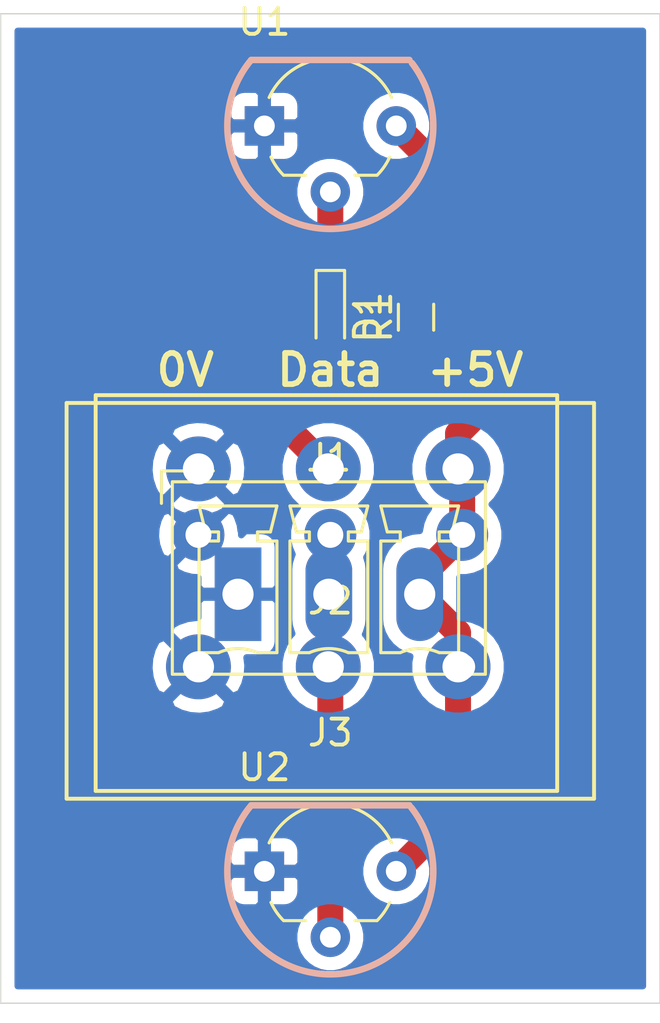
<source format=kicad_pcb>
(kicad_pcb (version 20171130) (host pcbnew "(5.1.9-0-10_14)")

  (general
    (thickness 1.6)
    (drawings 11)
    (tracks 26)
    (zones 0)
    (modules 7)
    (nets 5)
  )

  (page A4)
  (layers
    (0 F.Cu signal)
    (31 B.Cu signal)
    (32 B.Adhes user)
    (33 F.Adhes user)
    (34 B.Paste user)
    (35 F.Paste user)
    (36 B.SilkS user)
    (37 F.SilkS user)
    (38 B.Mask user)
    (39 F.Mask user)
    (40 Dwgs.User user)
    (41 Cmts.User user)
    (42 Eco1.User user)
    (43 Eco2.User user)
    (44 Edge.Cuts user)
    (45 Margin user)
    (46 B.CrtYd user)
    (47 F.CrtYd user)
    (48 B.Fab user)
    (49 F.Fab user)
  )

  (setup
    (last_trace_width 0.25)
    (user_trace_width 1)
    (trace_clearance 0.2)
    (zone_clearance 0.508)
    (zone_45_only no)
    (trace_min 0.2)
    (via_size 0.8)
    (via_drill 0.4)
    (via_min_size 0.4)
    (via_min_drill 0.3)
    (uvia_size 0.3)
    (uvia_drill 0.1)
    (uvias_allowed no)
    (uvia_min_size 0.2)
    (uvia_min_drill 0.1)
    (edge_width 0.05)
    (segment_width 0.2)
    (pcb_text_width 0.3)
    (pcb_text_size 1.5 1.5)
    (mod_edge_width 0.12)
    (mod_text_size 1 1)
    (mod_text_width 0.15)
    (pad_size 1.524 1.524)
    (pad_drill 0.762)
    (pad_to_mask_clearance 0)
    (aux_axis_origin 0 0)
    (visible_elements FFFFFF7F)
    (pcbplotparams
      (layerselection 0x010fc_ffffffff)
      (usegerberextensions false)
      (usegerberattributes true)
      (usegerberadvancedattributes true)
      (creategerberjobfile true)
      (excludeedgelayer true)
      (linewidth 0.100000)
      (plotframeref false)
      (viasonmask false)
      (mode 1)
      (useauxorigin false)
      (hpglpennumber 1)
      (hpglpenspeed 20)
      (hpglpendiameter 15.000000)
      (psnegative false)
      (psa4output false)
      (plotreference true)
      (plotvalue true)
      (plotinvisibletext false)
      (padsonsilk false)
      (subtractmaskfromsilk false)
      (outputformat 1)
      (mirror false)
      (drillshape 0)
      (scaleselection 1)
      (outputdirectory ""))
  )

  (net 0 "")
  (net 1 "Net-(J1-Pad3)")
  (net 2 "Net-(J1-Pad1)")
  (net 3 "Net-(D1-Pad1)")
  (net 4 "Net-(D1-Pad2)")

  (net_class Default "This is the default net class."
    (clearance 0.2)
    (trace_width 0.25)
    (via_dia 0.8)
    (via_drill 0.4)
    (uvia_dia 0.3)
    (uvia_drill 0.1)
    (add_net "Net-(D1-Pad1)")
    (add_net "Net-(D1-Pad2)")
    (add_net "Net-(J1-Pad1)")
    (add_net "Net-(J1-Pad3)")
  )

  (module TO_SOT_Packages_THT:TO-92_Molded_Wide_Reverse (layer F.Cu) (tedit 58CE52AF) (tstamp 6179AEC3)
    (at 129.54 106.68)
    (descr "TO-92 leads molded, wide, reverse, drill 0.8mm (see NXP sot054_po.pdf)")
    (tags "to-92 sc-43 sc-43a sot54 PA33 transistor")
    (path /617A717B)
    (fp_text reference U2 (at 0 -4) (layer F.SilkS)
      (effects (font (size 1 1) (thickness 0.15)))
    )
    (fp_text value DS18B20 (at 0 5) (layer F.Fab)
      (effects (font (size 1 1) (thickness 0.15)))
    )
    (fp_line (start 3.49 1.9) (end 4.34 1.9) (layer F.SilkS) (width 0.12))
    (fp_line (start 0.74 1.9) (end 1.59 1.9) (layer F.SilkS) (width 0.12))
    (fp_line (start 0.8 1.75) (end 4.3 1.75) (layer F.Fab) (width 0.1))
    (fp_line (start -1.01 -2.73) (end 6.09 -2.73) (layer F.CrtYd) (width 0.05))
    (fp_line (start -1.01 -2.73) (end -1.01 3.55) (layer F.CrtYd) (width 0.05))
    (fp_line (start 6.09 3.55) (end 6.09 -2.73) (layer F.CrtYd) (width 0.05))
    (fp_line (start 6.09 3.55) (end -1.01 3.55) (layer F.CrtYd) (width 0.05))
    (fp_text user %R (at 0 -4) (layer F.Fab)
      (effects (font (size 1 1) (thickness 0.15)))
    )
    (fp_arc (start 2.54 0) (end 2.54 -2.6) (angle -65.1) (layer F.SilkS) (width 0.12))
    (fp_arc (start 2.54 0) (end 2.54 -2.6) (angle 65.1) (layer F.SilkS) (width 0.12))
    (fp_arc (start 2.44 0.2) (end 0.74 1.9) (angle 20.5) (layer F.SilkS) (width 0.12))
    (fp_arc (start 2.64 0.2) (end 4.34 1.9) (angle -20.5) (layer F.SilkS) (width 0.12))
    (fp_arc (start 2.54 0) (end 2.54 -2.48) (angle 135) (layer F.Fab) (width 0.1))
    (fp_arc (start 2.54 0) (end 2.54 -2.48) (angle -135) (layer F.Fab) (width 0.1))
    (pad 2 thru_hole circle (at 2.54 2.54 90) (size 1.52 1.52) (drill 0.8) (layers *.Cu *.Mask)
      (net 3 "Net-(D1-Pad1)"))
    (pad 3 thru_hole circle (at 5.08 0 90) (size 1.52 1.52) (drill 0.8) (layers *.Cu *.Mask)
      (net 1 "Net-(J1-Pad3)"))
    (pad 1 thru_hole rect (at 0 0 90) (size 1.52 1.52) (drill 0.8) (layers *.Cu *.Mask)
      (net 2 "Net-(J1-Pad1)"))
    (model ${KISYS3DMOD}/TO_SOT_Packages_THT.3dshapes/TO-92_Molded_Wide_Reverse.wrl
      (offset (xyz 2.539999961853027 0 0))
      (scale (xyz 1 1 1))
      (rotate (xyz 0 0 -90))
    )
  )

  (module TO_SOT_Packages_THT:TO-92_Molded_Wide_Reverse (layer F.Cu) (tedit 58CE52AF) (tstamp 6179A92D)
    (at 129.54 77.978)
    (descr "TO-92 leads molded, wide, reverse, drill 0.8mm (see NXP sot054_po.pdf)")
    (tags "to-92 sc-43 sc-43a sot54 PA33 transistor")
    (path /6179A3FC)
    (fp_text reference U1 (at 0 -4) (layer F.SilkS)
      (effects (font (size 1 1) (thickness 0.15)))
    )
    (fp_text value DS18B20 (at 0 5) (layer F.Fab)
      (effects (font (size 1 1) (thickness 0.15)))
    )
    (fp_line (start 3.49 1.9) (end 4.34 1.9) (layer F.SilkS) (width 0.12))
    (fp_line (start 0.74 1.9) (end 1.59 1.9) (layer F.SilkS) (width 0.12))
    (fp_line (start 0.8 1.75) (end 4.3 1.75) (layer F.Fab) (width 0.1))
    (fp_line (start -1.01 -2.73) (end 6.09 -2.73) (layer F.CrtYd) (width 0.05))
    (fp_line (start -1.01 -2.73) (end -1.01 3.55) (layer F.CrtYd) (width 0.05))
    (fp_line (start 6.09 3.55) (end 6.09 -2.73) (layer F.CrtYd) (width 0.05))
    (fp_line (start 6.09 3.55) (end -1.01 3.55) (layer F.CrtYd) (width 0.05))
    (fp_text user %R (at 0 -4) (layer F.Fab)
      (effects (font (size 1 1) (thickness 0.15)))
    )
    (fp_arc (start 2.54 0) (end 2.54 -2.6) (angle -65.1) (layer F.SilkS) (width 0.12))
    (fp_arc (start 2.54 0) (end 2.54 -2.6) (angle 65.1) (layer F.SilkS) (width 0.12))
    (fp_arc (start 2.44 0.2) (end 0.74 1.9) (angle 20.5) (layer F.SilkS) (width 0.12))
    (fp_arc (start 2.64 0.2) (end 4.34 1.9) (angle -20.5) (layer F.SilkS) (width 0.12))
    (fp_arc (start 2.54 0) (end 2.54 -2.48) (angle 135) (layer F.Fab) (width 0.1))
    (fp_arc (start 2.54 0) (end 2.54 -2.48) (angle -135) (layer F.Fab) (width 0.1))
    (pad 2 thru_hole circle (at 2.54 2.54 90) (size 1.52 1.52) (drill 0.8) (layers *.Cu *.Mask)
      (net 3 "Net-(D1-Pad1)"))
    (pad 3 thru_hole circle (at 5.08 0 90) (size 1.52 1.52) (drill 0.8) (layers *.Cu *.Mask)
      (net 1 "Net-(J1-Pad3)"))
    (pad 1 thru_hole rect (at 0 0 90) (size 1.52 1.52) (drill 0.8) (layers *.Cu *.Mask)
      (net 2 "Net-(J1-Pad1)"))
    (model ${KISYS3DMOD}/TO_SOT_Packages_THT.3dshapes/TO-92_Molded_Wide_Reverse.wrl
      (offset (xyz 2.539999961853027 0 0))
      (scale (xyz 1 1 1))
      (rotate (xyz 0 0 -90))
    )
  )

  (module Resistors_SMD:R_0603_HandSoldering (layer F.Cu) (tedit 58E0A804) (tstamp 6179B3D3)
    (at 135.382 85.344 90)
    (descr "Resistor SMD 0603, hand soldering")
    (tags "resistor 0603")
    (path /617B1F7B)
    (attr smd)
    (fp_text reference R1 (at 0 -1.45 90) (layer F.SilkS)
      (effects (font (size 1 1) (thickness 0.15)))
    )
    (fp_text value R1 (at 0 3.556 90) (layer F.Fab)
      (effects (font (size 1 1) (thickness 0.15)))
    )
    (fp_line (start -0.8 0.4) (end -0.8 -0.4) (layer F.Fab) (width 0.1))
    (fp_line (start 0.8 0.4) (end -0.8 0.4) (layer F.Fab) (width 0.1))
    (fp_line (start 0.8 -0.4) (end 0.8 0.4) (layer F.Fab) (width 0.1))
    (fp_line (start -0.8 -0.4) (end 0.8 -0.4) (layer F.Fab) (width 0.1))
    (fp_line (start 0.5 0.68) (end -0.5 0.68) (layer F.SilkS) (width 0.12))
    (fp_line (start -0.5 -0.68) (end 0.5 -0.68) (layer F.SilkS) (width 0.12))
    (fp_line (start -1.96 -0.7) (end 1.95 -0.7) (layer F.CrtYd) (width 0.05))
    (fp_line (start -1.96 -0.7) (end -1.96 0.7) (layer F.CrtYd) (width 0.05))
    (fp_line (start 1.95 0.7) (end 1.95 -0.7) (layer F.CrtYd) (width 0.05))
    (fp_line (start 1.95 0.7) (end -1.96 0.7) (layer F.CrtYd) (width 0.05))
    (fp_text user %R (at 0 0 90) (layer F.Fab)
      (effects (font (size 0.4 0.4) (thickness 0.075)))
    )
    (pad 1 smd rect (at -1.1 0 90) (size 1.2 0.9) (layers F.Cu F.Paste F.Mask)
      (net 4 "Net-(D1-Pad2)"))
    (pad 2 smd rect (at 1.1 0 90) (size 1.2 0.9) (layers F.Cu F.Paste F.Mask)
      (net 1 "Net-(J1-Pad3)"))
    (model ${KISYS3DMOD}/Resistors_SMD.3dshapes/R_0603.wrl
      (at (xyz 0 0 0))
      (scale (xyz 1 1 1))
      (rotate (xyz 0 0 0))
    )
  )

  (module LEDs:LED_0603_HandSoldering (layer F.Cu) (tedit 595FC9C0) (tstamp 6179B31A)
    (at 132.08 85.344 270)
    (descr "LED SMD 0603, hand soldering")
    (tags "LED 0603")
    (path /617B31FB)
    (attr smd)
    (fp_text reference D1 (at 0 -1.45 90) (layer F.SilkS)
      (effects (font (size 1 1) (thickness 0.15)))
    )
    (fp_text value LED (at 0 1.55 90) (layer F.Fab)
      (effects (font (size 1 1) (thickness 0.15)))
    )
    (fp_line (start -1.8 -0.55) (end -1.8 0.55) (layer F.SilkS) (width 0.12))
    (fp_line (start -0.2 -0.2) (end -0.2 0.2) (layer F.Fab) (width 0.1))
    (fp_line (start -0.15 0) (end 0.15 -0.2) (layer F.Fab) (width 0.1))
    (fp_line (start 0.15 0.2) (end -0.15 0) (layer F.Fab) (width 0.1))
    (fp_line (start 0.15 -0.2) (end 0.15 0.2) (layer F.Fab) (width 0.1))
    (fp_line (start 0.8 0.4) (end -0.8 0.4) (layer F.Fab) (width 0.1))
    (fp_line (start 0.8 -0.4) (end 0.8 0.4) (layer F.Fab) (width 0.1))
    (fp_line (start -0.8 -0.4) (end 0.8 -0.4) (layer F.Fab) (width 0.1))
    (fp_line (start -1.8 0.55) (end 0.8 0.55) (layer F.SilkS) (width 0.12))
    (fp_line (start -1.8 -0.55) (end 0.8 -0.55) (layer F.SilkS) (width 0.12))
    (fp_line (start -1.96 -0.7) (end 1.95 -0.7) (layer F.CrtYd) (width 0.05))
    (fp_line (start -1.96 -0.7) (end -1.96 0.7) (layer F.CrtYd) (width 0.05))
    (fp_line (start 1.95 0.7) (end 1.95 -0.7) (layer F.CrtYd) (width 0.05))
    (fp_line (start 1.95 0.7) (end -1.96 0.7) (layer F.CrtYd) (width 0.05))
    (fp_line (start -0.8 -0.4) (end -0.8 0.4) (layer F.Fab) (width 0.1))
    (pad 1 smd rect (at -1.1 0 270) (size 1.2 0.9) (layers F.Cu F.Paste F.Mask)
      (net 3 "Net-(D1-Pad1)"))
    (pad 2 smd rect (at 1.1 0 270) (size 1.2 0.9) (layers F.Cu F.Paste F.Mask)
      (net 4 "Net-(D1-Pad2)"))
    (model ${KISYS3DMOD}/LEDs.3dshapes/LED_0603.wrl
      (at (xyz 0 0 0))
      (scale (xyz 1 1 1))
      (rotate (xyz 0 0 180))
    )
  )

  (module Connectors_Phoenix:PhoenixContact_MCV-G_03x3.50mm_Vertical (layer F.Cu) (tedit 59566E60) (tstamp 6179A8FD)
    (at 128.524 96.012)
    (descr "Generic Phoenix Contact connector footprint for series: MCV-G; number of pins: 03; pin pitch: 3.50mm; Vertical || order number: 1843619 8A 160V")
    (tags "phoenix_contact connector MCV_01x03_G_3.5mm")
    (path /6179AF65)
    (fp_text reference J1 (at 3.5 -5.25) (layer F.SilkS)
      (effects (font (size 1 1) (thickness 0.15)))
    )
    (fp_text value Screw_Terminal_01x03 (at 3.5 4) (layer F.Fab)
      (effects (font (size 1 1) (thickness 0.15)))
    )
    (fp_line (start -2.53 -4.33) (end -2.53 3.08) (layer F.SilkS) (width 0.12))
    (fp_line (start -2.53 3.08) (end 9.53 3.08) (layer F.SilkS) (width 0.12))
    (fp_line (start 9.53 3.08) (end 9.53 -4.33) (layer F.SilkS) (width 0.12))
    (fp_line (start 9.53 -4.33) (end -2.53 -4.33) (layer F.SilkS) (width 0.12))
    (fp_line (start -2.45 -4.25) (end -2.45 3) (layer F.Fab) (width 0.1))
    (fp_line (start -2.45 3) (end 9.45 3) (layer F.Fab) (width 0.1))
    (fp_line (start 9.45 3) (end 9.45 -4.25) (layer F.Fab) (width 0.1))
    (fp_line (start 9.45 -4.25) (end -2.45 -4.25) (layer F.Fab) (width 0.1))
    (fp_line (start -0.75 2.25) (end -1.5 2.25) (layer F.SilkS) (width 0.12))
    (fp_line (start -1.5 2.25) (end -1.5 -2.05) (layer F.SilkS) (width 0.12))
    (fp_line (start -1.5 -2.05) (end -0.75 -2.05) (layer F.SilkS) (width 0.12))
    (fp_line (start -0.75 -2.05) (end -0.75 -2.4) (layer F.SilkS) (width 0.12))
    (fp_line (start -0.75 -2.4) (end -1.25 -2.4) (layer F.SilkS) (width 0.12))
    (fp_line (start -1.25 -2.4) (end -1.5 -3.4) (layer F.SilkS) (width 0.12))
    (fp_line (start -1.5 -3.4) (end 1.5 -3.4) (layer F.SilkS) (width 0.12))
    (fp_line (start 1.5 -3.4) (end 1.25 -2.4) (layer F.SilkS) (width 0.12))
    (fp_line (start 1.25 -2.4) (end 0.75 -2.4) (layer F.SilkS) (width 0.12))
    (fp_line (start 0.75 -2.4) (end 0.75 -2.05) (layer F.SilkS) (width 0.12))
    (fp_line (start 0.75 -2.05) (end 1.5 -2.05) (layer F.SilkS) (width 0.12))
    (fp_line (start 1.5 -2.05) (end 1.5 2.25) (layer F.SilkS) (width 0.12))
    (fp_line (start 1.5 2.25) (end 0.75 2.25) (layer F.SilkS) (width 0.12))
    (fp_line (start 2.75 2.25) (end 2 2.25) (layer F.SilkS) (width 0.12))
    (fp_line (start 2 2.25) (end 2 -2.05) (layer F.SilkS) (width 0.12))
    (fp_line (start 2 -2.05) (end 2.75 -2.05) (layer F.SilkS) (width 0.12))
    (fp_line (start 2.75 -2.05) (end 2.75 -2.4) (layer F.SilkS) (width 0.12))
    (fp_line (start 2.75 -2.4) (end 2.25 -2.4) (layer F.SilkS) (width 0.12))
    (fp_line (start 2.25 -2.4) (end 2 -3.4) (layer F.SilkS) (width 0.12))
    (fp_line (start 2 -3.4) (end 5 -3.4) (layer F.SilkS) (width 0.12))
    (fp_line (start 5 -3.4) (end 4.75 -2.4) (layer F.SilkS) (width 0.12))
    (fp_line (start 4.75 -2.4) (end 4.25 -2.4) (layer F.SilkS) (width 0.12))
    (fp_line (start 4.25 -2.4) (end 4.25 -2.05) (layer F.SilkS) (width 0.12))
    (fp_line (start 4.25 -2.05) (end 5 -2.05) (layer F.SilkS) (width 0.12))
    (fp_line (start 5 -2.05) (end 5 2.25) (layer F.SilkS) (width 0.12))
    (fp_line (start 5 2.25) (end 4.25 2.25) (layer F.SilkS) (width 0.12))
    (fp_line (start 6.25 2.25) (end 5.5 2.25) (layer F.SilkS) (width 0.12))
    (fp_line (start 5.5 2.25) (end 5.5 -2.05) (layer F.SilkS) (width 0.12))
    (fp_line (start 5.5 -2.05) (end 6.25 -2.05) (layer F.SilkS) (width 0.12))
    (fp_line (start 6.25 -2.05) (end 6.25 -2.4) (layer F.SilkS) (width 0.12))
    (fp_line (start 6.25 -2.4) (end 5.75 -2.4) (layer F.SilkS) (width 0.12))
    (fp_line (start 5.75 -2.4) (end 5.5 -3.4) (layer F.SilkS) (width 0.12))
    (fp_line (start 5.5 -3.4) (end 8.5 -3.4) (layer F.SilkS) (width 0.12))
    (fp_line (start 8.5 -3.4) (end 8.25 -2.4) (layer F.SilkS) (width 0.12))
    (fp_line (start 8.25 -2.4) (end 7.75 -2.4) (layer F.SilkS) (width 0.12))
    (fp_line (start 7.75 -2.4) (end 7.75 -2.05) (layer F.SilkS) (width 0.12))
    (fp_line (start 7.75 -2.05) (end 8.5 -2.05) (layer F.SilkS) (width 0.12))
    (fp_line (start 8.5 -2.05) (end 8.5 2.25) (layer F.SilkS) (width 0.12))
    (fp_line (start 8.5 2.25) (end 7.75 2.25) (layer F.SilkS) (width 0.12))
    (fp_line (start -2.95 -4.75) (end -2.95 3.5) (layer F.CrtYd) (width 0.05))
    (fp_line (start -2.95 3.5) (end 9.95 3.5) (layer F.CrtYd) (width 0.05))
    (fp_line (start 9.95 3.5) (end 9.95 -4.75) (layer F.CrtYd) (width 0.05))
    (fp_line (start 9.95 -4.75) (end -2.95 -4.75) (layer F.CrtYd) (width 0.05))
    (fp_line (start -2.95 -3.5) (end -2.95 -4.75) (layer F.SilkS) (width 0.12))
    (fp_line (start -2.95 -4.75) (end -0.95 -4.75) (layer F.SilkS) (width 0.12))
    (fp_line (start -2.95 -3.5) (end -2.95 -4.75) (layer F.Fab) (width 0.1))
    (fp_line (start -2.95 -4.75) (end -0.95 -4.75) (layer F.Fab) (width 0.1))
    (fp_arc (start 0 3.95) (end -0.75 2.25) (angle 47.6) (layer F.SilkS) (width 0.12))
    (fp_arc (start 3.5 3.95) (end 2.75 2.25) (angle 47.6) (layer F.SilkS) (width 0.12))
    (fp_arc (start 7 3.95) (end 6.25 2.25) (angle 47.6) (layer F.SilkS) (width 0.12))
    (fp_text user %R (at 3.5 -3) (layer F.Fab)
      (effects (font (size 1 1) (thickness 0.15)))
    )
    (pad 1 thru_hole rect (at 0 0) (size 1.8 3.6) (drill 1.2) (layers *.Cu *.Mask)
      (net 2 "Net-(J1-Pad1)"))
    (pad 2 thru_hole oval (at 3.5 0) (size 1.8 3.6) (drill 1.2) (layers *.Cu *.Mask)
      (net 3 "Net-(D1-Pad1)"))
    (pad 3 thru_hole oval (at 7 0) (size 1.8 3.6) (drill 1.2) (layers *.Cu *.Mask)
      (net 1 "Net-(J1-Pad3)"))
    (model ${KISYS3DMOD}/Connectors_Phoenix.3dshapes/PhoenixContact_MCV-G_03x3.50mm_Vertical.wrl
      (at (xyz 0 0 0))
      (scale (xyz 1 1 1))
      (rotate (xyz 0 0 0))
    )
  )

  (module MyParts:Amphenol_FCI_3 (layer F.Cu) (tedit 6179AA9E) (tstamp 6179A90B)
    (at 127 91.186)
    (path /6179E016)
    (fp_text reference J2 (at 5.08 5.08) (layer F.SilkS)
      (effects (font (size 1 1) (thickness 0.15)))
    )
    (fp_text value Conn_01x03_Female (at 5.08 2.54) (layer F.Fab)
      (effects (font (size 1 1) (thickness 0.15)))
    )
    (fp_line (start -3.96 -2.84) (end 13.82 -2.84) (layer F.SilkS) (width 0.15))
    (fp_line (start 13.82 -2.84) (end 13.82 12.4) (layer F.SilkS) (width 0.15))
    (fp_line (start 13.82 12.4) (end -3.96 12.4) (layer F.SilkS) (width 0.15))
    (fp_line (start -3.96 12.4) (end -3.96 -2.84) (layer F.SilkS) (width 0.15))
    (pad 3 thru_hole circle (at 10 7.62) (size 2.5 2.5) (drill 1.2) (layers *.Cu *.Mask)
      (net 1 "Net-(J1-Pad3)"))
    (pad 2 thru_hole circle (at 5 7.62) (size 2.5 2.5) (drill 1.2) (layers *.Cu *.Mask)
      (net 3 "Net-(D1-Pad1)"))
    (pad 1 thru_hole circle (at 0 7.62) (size 2.5 2.5) (drill 1.2) (layers *.Cu *.Mask)
      (net 2 "Net-(J1-Pad1)"))
    (pad 3 thru_hole circle (at 10 0) (size 2.5 2.5) (drill 1.2) (layers *.Cu *.Mask)
      (net 1 "Net-(J1-Pad3)"))
    (pad 2 thru_hole circle (at 5 0) (size 2.5 2.5) (drill 1.2) (layers *.Cu *.Mask)
      (net 3 "Net-(D1-Pad1)"))
    (pad 1 thru_hole circle (at 0 0) (size 2.5 2.5) (drill 1.2) (layers *.Cu *.Mask)
      (net 2 "Net-(J1-Pad1)"))
  )

  (module MyParts:RSProClamp (layer F.Cu) (tedit 6179AAB1) (tstamp 6179A919)
    (at 127 93.726)
    (path /6179D6C6)
    (fp_text reference J3 (at 5.08 7.62) (layer F.SilkS)
      (effects (font (size 1 1) (thickness 0.15)))
    )
    (fp_text value Conn_01x03_Female (at 5.08 2.54) (layer F.Fab)
      (effects (font (size 1 1) (thickness 0.15)))
    )
    (fp_line (start -5.08 10.16) (end -5.08 -5.08) (layer F.SilkS) (width 0.15))
    (fp_line (start 15.24 10.16) (end -5.08 10.16) (layer F.SilkS) (width 0.15))
    (fp_line (start 15.24 -5.08) (end 15.24 10.16) (layer F.SilkS) (width 0.15))
    (fp_line (start -5.08 -5.08) (end 15.24 -5.08) (layer F.SilkS) (width 0.15))
    (pad 3 thru_hole circle (at 10.16 5.08) (size 2 2) (drill 1) (layers *.Cu *.Mask)
      (net 1 "Net-(J1-Pad3)"))
    (pad 2 thru_hole circle (at 5.08 5.08) (size 2 2) (drill 1) (layers *.Cu *.Mask)
      (net 3 "Net-(D1-Pad1)"))
    (pad 1 thru_hole circle (at 0 5.08) (size 2 2) (drill 1) (layers *.Cu *.Mask)
      (net 2 "Net-(J1-Pad1)"))
    (pad 3 thru_hole circle (at 10.16 0) (size 2 2) (drill 1) (layers *.Cu *.Mask)
      (net 1 "Net-(J1-Pad3)"))
    (pad 2 thru_hole circle (at 5.08 0) (size 2 2) (drill 1) (layers *.Cu *.Mask)
      (net 3 "Net-(D1-Pad1)"))
    (pad 1 thru_hole circle (at 0 0) (size 2 2) (drill 1) (layers *.Cu *.Mask)
      (net 2 "Net-(J1-Pad1)"))
  )

  (gr_arc (start 132.08 106.68) (end 129.032 104.14) (angle -258) (layer B.SilkS) (width 0.25))
  (gr_line (start 129.032 104.14) (end 135.128 104.14) (layer B.SilkS) (width 0.25))
  (gr_arc (start 132.08 77.978) (end 129.032001 75.438001) (angle -257.4) (layer B.SilkS) (width 0.25))
  (gr_line (start 129.032 75.438) (end 135.128 75.438) (layer B.SilkS) (width 0.25))
  (gr_text +5V (at 137.668 87.376) (layer F.SilkS)
    (effects (font (size 1.2 1.2) (thickness 0.22)))
  )
  (gr_text Data (at 132.08 87.376) (layer F.SilkS)
    (effects (font (size 1.2 1.2) (thickness 0.22)))
  )
  (gr_text 0V (at 126.492 87.376) (layer F.SilkS)
    (effects (font (size 1.2 1.2) (thickness 0.22)))
  )
  (gr_line (start 119.38 111.76) (end 119.38 73.66) (layer Edge.Cuts) (width 0.05) (tstamp 6179AA16))
  (gr_line (start 144.78 111.76) (end 119.38 111.76) (layer Edge.Cuts) (width 0.05))
  (gr_line (start 144.78 73.66) (end 144.78 111.76) (layer Edge.Cuts) (width 0.05))
  (gr_line (start 119.38 73.66) (end 144.78 73.66) (layer Edge.Cuts) (width 0.05))

  (segment (start 137 104.3) (end 134.62 106.68) (width 1) (layer F.Cu) (net 1))
  (segment (start 137 98.966) (end 137.16 98.806) (width 1) (layer F.Cu) (net 1))
  (segment (start 137 104.3) (end 137 98.966) (width 1) (layer F.Cu) (net 1))
  (segment (start 137 97.488) (end 135.524 96.012) (width 1) (layer F.Cu) (net 1))
  (segment (start 137 98.806) (end 137 97.488) (width 1) (layer F.Cu) (net 1))
  (segment (start 135.524 95.362) (end 137.16 93.726) (width 1) (layer F.Cu) (net 1))
  (segment (start 135.524 96.012) (end 135.524 95.362) (width 1) (layer F.Cu) (net 1))
  (segment (start 137.16 91.346) (end 137 91.186) (width 1) (layer F.Cu) (net 1))
  (segment (start 137.16 93.726) (end 137.16 91.346) (width 1) (layer F.Cu) (net 1))
  (segment (start 137 91.186) (end 137 89.822) (width 1) (layer F.Cu) (net 1))
  (segment (start 137 89.822) (end 138.43 88.392) (width 1) (layer F.Cu) (net 1))
  (segment (start 138.43 81.788) (end 134.62 77.978) (width 1) (layer F.Cu) (net 1))
  (segment (start 135.466 84.328) (end 135.382 84.244) (width 1) (layer F.Cu) (net 1))
  (segment (start 138.43 84.328) (end 135.466 84.328) (width 1) (layer F.Cu) (net 1))
  (segment (start 138.43 88.392) (end 138.43 84.328) (width 1) (layer F.Cu) (net 1))
  (segment (start 138.43 84.328) (end 138.43 81.788) (width 1) (layer F.Cu) (net 1))
  (segment (start 132.08 99.14) (end 132.08 109.22) (width 1) (layer F.Cu) (net 3))
  (segment (start 132 91.614) (end 132.08 91.694) (width 1) (layer F.Cu) (net 3))
  (segment (start 132.08 96.44) (end 132 96.52) (width 1) (layer F.Cu) (net 3))
  (segment (start 132.08 93.98) (end 132.08 96.44) (width 1) (layer F.Cu) (net 3))
  (segment (start 132.08 84.244) (end 132.08 80.518) (width 1) (layer F.Cu) (net 3))
  (segment (start 132 91.186) (end 129.54 88.726) (width 1) (layer F.Cu) (net 3))
  (segment (start 129.54 88.726) (end 129.54 85.09) (width 1) (layer F.Cu) (net 3))
  (segment (start 130.386 84.244) (end 132.08 84.244) (width 1) (layer F.Cu) (net 3))
  (segment (start 129.54 85.09) (end 130.386 84.244) (width 1) (layer F.Cu) (net 3))
  (segment (start 135.382 86.444) (end 132.08 86.444) (width 1) (layer F.Cu) (net 4))

  (zone (net 2) (net_name "Net-(J1-Pad1)") (layer B.Cu) (tstamp 6179B45A) (hatch edge 0.508)
    (connect_pads (clearance 0.508))
    (min_thickness 0.254)
    (fill yes (arc_segments 32) (thermal_gap 0.508) (thermal_bridge_width 0.508))
    (polygon
      (pts
        (xy 144.526 111.506) (xy 119.634 111.506) (xy 119.634 73.914) (xy 144.526 73.914)
      )
    )
    (filled_polygon
      (pts
        (xy 144.120001 111.1) (xy 120.04 111.1) (xy 120.04 109.082604) (xy 130.685 109.082604) (xy 130.685 109.357396)
        (xy 130.738609 109.626907) (xy 130.843767 109.88078) (xy 130.996433 110.109261) (xy 131.190739 110.303567) (xy 131.41922 110.456233)
        (xy 131.673093 110.561391) (xy 131.942604 110.615) (xy 132.217396 110.615) (xy 132.486907 110.561391) (xy 132.74078 110.456233)
        (xy 132.969261 110.303567) (xy 133.163567 110.109261) (xy 133.316233 109.88078) (xy 133.421391 109.626907) (xy 133.475 109.357396)
        (xy 133.475 109.082604) (xy 133.421391 108.813093) (xy 133.316233 108.55922) (xy 133.163567 108.330739) (xy 132.969261 108.136433)
        (xy 132.74078 107.983767) (xy 132.486907 107.878609) (xy 132.217396 107.825) (xy 131.942604 107.825) (xy 131.673093 107.878609)
        (xy 131.41922 107.983767) (xy 131.190739 108.136433) (xy 130.996433 108.330739) (xy 130.843767 108.55922) (xy 130.738609 108.813093)
        (xy 130.685 109.082604) (xy 120.04 109.082604) (xy 120.04 107.44) (xy 128.141928 107.44) (xy 128.154188 107.564482)
        (xy 128.190498 107.68418) (xy 128.249463 107.794494) (xy 128.328815 107.891185) (xy 128.425506 107.970537) (xy 128.53582 108.029502)
        (xy 128.655518 108.065812) (xy 128.78 108.078072) (xy 129.25425 108.075) (xy 129.413 107.91625) (xy 129.413 106.807)
        (xy 129.667 106.807) (xy 129.667 107.91625) (xy 129.82575 108.075) (xy 130.3 108.078072) (xy 130.424482 108.065812)
        (xy 130.54418 108.029502) (xy 130.654494 107.970537) (xy 130.751185 107.891185) (xy 130.830537 107.794494) (xy 130.889502 107.68418)
        (xy 130.925812 107.564482) (xy 130.938072 107.44) (xy 130.935 106.96575) (xy 130.77625 106.807) (xy 129.667 106.807)
        (xy 129.413 106.807) (xy 128.30375 106.807) (xy 128.145 106.96575) (xy 128.141928 107.44) (xy 120.04 107.44)
        (xy 120.04 105.92) (xy 128.141928 105.92) (xy 128.145 106.39425) (xy 128.30375 106.553) (xy 129.413 106.553)
        (xy 129.413 105.44375) (xy 129.667 105.44375) (xy 129.667 106.553) (xy 130.77625 106.553) (xy 130.786646 106.542604)
        (xy 133.225 106.542604) (xy 133.225 106.817396) (xy 133.278609 107.086907) (xy 133.383767 107.34078) (xy 133.536433 107.569261)
        (xy 133.730739 107.763567) (xy 133.95922 107.916233) (xy 134.213093 108.021391) (xy 134.482604 108.075) (xy 134.757396 108.075)
        (xy 135.026907 108.021391) (xy 135.28078 107.916233) (xy 135.509261 107.763567) (xy 135.703567 107.569261) (xy 135.856233 107.34078)
        (xy 135.961391 107.086907) (xy 136.015 106.817396) (xy 136.015 106.542604) (xy 135.961391 106.273093) (xy 135.856233 106.01922)
        (xy 135.703567 105.790739) (xy 135.509261 105.596433) (xy 135.28078 105.443767) (xy 135.026907 105.338609) (xy 134.757396 105.285)
        (xy 134.482604 105.285) (xy 134.213093 105.338609) (xy 133.95922 105.443767) (xy 133.730739 105.596433) (xy 133.536433 105.790739)
        (xy 133.383767 106.01922) (xy 133.278609 106.273093) (xy 133.225 106.542604) (xy 130.786646 106.542604) (xy 130.935 106.39425)
        (xy 130.938072 105.92) (xy 130.925812 105.795518) (xy 130.889502 105.67582) (xy 130.830537 105.565506) (xy 130.751185 105.468815)
        (xy 130.654494 105.389463) (xy 130.54418 105.330498) (xy 130.424482 105.294188) (xy 130.3 105.281928) (xy 129.82575 105.285)
        (xy 129.667 105.44375) (xy 129.413 105.44375) (xy 129.25425 105.285) (xy 128.78 105.281928) (xy 128.655518 105.294188)
        (xy 128.53582 105.330498) (xy 128.425506 105.389463) (xy 128.328815 105.468815) (xy 128.249463 105.565506) (xy 128.190498 105.67582)
        (xy 128.154188 105.795518) (xy 128.141928 105.92) (xy 120.04 105.92) (xy 120.04 100.119605) (xy 125.866 100.119605)
        (xy 125.991914 100.409577) (xy 126.324126 100.575433) (xy 126.682312 100.67329) (xy 127.052706 100.699389) (xy 127.421075 100.652725)
        (xy 127.773262 100.535094) (xy 128.008086 100.409577) (xy 128.134 100.119605) (xy 127 98.985605) (xy 125.866 100.119605)
        (xy 120.04 100.119605) (xy 120.04 98.858706) (xy 125.106611 98.858706) (xy 125.153275 99.227075) (xy 125.270906 99.579262)
        (xy 125.396423 99.814086) (xy 125.686395 99.94) (xy 126.820395 98.806) (xy 125.686395 97.672) (xy 125.396423 97.797914)
        (xy 125.230567 98.130126) (xy 125.13271 98.488312) (xy 125.106611 98.858706) (xy 120.04 98.858706) (xy 120.04 97.492395)
        (xy 125.866 97.492395) (xy 127 98.626395) (xy 127.014143 98.612253) (xy 127.193748 98.791858) (xy 127.179605 98.806)
        (xy 128.313605 99.94) (xy 128.603577 99.814086) (xy 128.769433 99.481874) (xy 128.86729 99.123688) (xy 128.893389 98.753294)
        (xy 128.854617 98.447224) (xy 129.424 98.450072) (xy 129.548482 98.437812) (xy 129.66818 98.401502) (xy 129.778494 98.342537)
        (xy 129.875185 98.263185) (xy 129.954537 98.166494) (xy 130.013502 98.05618) (xy 130.049812 97.936482) (xy 130.062072 97.812)
        (xy 130.059 96.29775) (xy 129.90025 96.139) (xy 128.651 96.139) (xy 128.651 96.159) (xy 128.397 96.159)
        (xy 128.397 96.139) (xy 127.14775 96.139) (xy 126.989 96.29775) (xy 126.987747 96.915461) (xy 126.947294 96.912611)
        (xy 126.578925 96.959275) (xy 126.226738 97.076906) (xy 125.991914 97.202423) (xy 125.866 97.492395) (xy 120.04 97.492395)
        (xy 120.04 94.861413) (xy 126.044192 94.861413) (xy 126.139956 95.125814) (xy 126.429571 95.266704) (xy 126.741108 95.348384)
        (xy 126.988264 95.363248) (xy 126.989 95.72625) (xy 127.14775 95.885) (xy 128.397 95.885) (xy 128.397 95.865)
        (xy 128.651 95.865) (xy 128.651 95.885) (xy 129.90025 95.885) (xy 130.059 95.72625) (xy 130.062072 94.212)
        (xy 130.049812 94.087518) (xy 130.013502 93.96782) (xy 129.954537 93.857506) (xy 129.875185 93.760815) (xy 129.778494 93.681463)
        (xy 129.66818 93.622498) (xy 129.548482 93.586188) (xy 129.424 93.573928) (xy 128.80975 93.577) (xy 128.651002 93.735748)
        (xy 128.651002 93.577) (xy 128.629869 93.577) (xy 128.597961 93.344325) (xy 128.492795 93.039912) (xy 128.399814 92.865956)
        (xy 128.135413 92.770192) (xy 127.179605 93.726) (xy 127.193748 93.740143) (xy 127.174265 93.759625) (xy 127.172815 93.760815)
        (xy 127.171625 93.762265) (xy 127.014143 93.919748) (xy 127 93.905605) (xy 126.044192 94.861413) (xy 120.04 94.861413)
        (xy 120.04 93.788595) (xy 125.358282 93.788595) (xy 125.402039 94.107675) (xy 125.507205 94.412088) (xy 125.600186 94.586044)
        (xy 125.864587 94.681808) (xy 126.820395 93.726) (xy 125.864587 92.770192) (xy 125.600186 92.865956) (xy 125.459296 93.155571)
        (xy 125.377616 93.467108) (xy 125.358282 93.788595) (xy 120.04 93.788595) (xy 120.04 92.499605) (xy 125.866 92.499605)
        (xy 125.991914 92.789577) (xy 126.324126 92.955433) (xy 126.440956 92.987351) (xy 127 93.546395) (xy 127.560107 92.986288)
        (xy 127.773262 92.915094) (xy 128.008086 92.789577) (xy 128.134 92.499605) (xy 127 91.365605) (xy 125.866 92.499605)
        (xy 120.04 92.499605) (xy 120.04 91.238706) (xy 125.106611 91.238706) (xy 125.153275 91.607075) (xy 125.270906 91.959262)
        (xy 125.396423 92.194086) (xy 125.686395 92.32) (xy 126.820395 91.186) (xy 127.179605 91.186) (xy 128.313605 92.32)
        (xy 128.603577 92.194086) (xy 128.769433 91.861874) (xy 128.86729 91.503688) (xy 128.893389 91.133294) (xy 128.876548 91.000344)
        (xy 130.115 91.000344) (xy 130.115 91.371656) (xy 130.187439 91.735834) (xy 130.329534 92.078882) (xy 130.535825 92.387618)
        (xy 130.798382 92.650175) (xy 130.82548 92.668281) (xy 130.810013 92.683748) (xy 130.631082 92.951537) (xy 130.507832 93.249088)
        (xy 130.445 93.564967) (xy 130.445 93.887033) (xy 130.507832 94.202912) (xy 130.622033 94.478617) (xy 130.598983 94.52174)
        (xy 130.51121 94.811088) (xy 130.489 95.036593) (xy 130.489 96.987408) (xy 130.511211 97.212913) (xy 130.598984 97.502261)
        (xy 130.612556 97.527651) (xy 130.535825 97.604382) (xy 130.329534 97.913118) (xy 130.187439 98.256166) (xy 130.115 98.620344)
        (xy 130.115 98.991656) (xy 130.187439 99.355834) (xy 130.329534 99.698882) (xy 130.535825 100.007618) (xy 130.798382 100.270175)
        (xy 131.107118 100.476466) (xy 131.450166 100.618561) (xy 131.814344 100.691) (xy 132.185656 100.691) (xy 132.549834 100.618561)
        (xy 132.892882 100.476466) (xy 133.201618 100.270175) (xy 133.464175 100.007618) (xy 133.670466 99.698882) (xy 133.812561 99.355834)
        (xy 133.885 98.991656) (xy 133.885 98.620344) (xy 133.812561 98.256166) (xy 133.670466 97.913118) (xy 133.464175 97.604382)
        (xy 133.418725 97.558932) (xy 133.449017 97.502261) (xy 133.53679 97.212913) (xy 133.559 96.987408) (xy 133.559 95.036593)
        (xy 133.989 95.036593) (xy 133.989 96.987408) (xy 134.011211 97.212913) (xy 134.098984 97.502261) (xy 134.24152 97.768927)
        (xy 134.43334 98.002661) (xy 134.667074 98.194481) (xy 134.93374 98.337017) (xy 135.157835 98.404996) (xy 135.115 98.620344)
        (xy 135.115 98.991656) (xy 135.187439 99.355834) (xy 135.329534 99.698882) (xy 135.535825 100.007618) (xy 135.798382 100.270175)
        (xy 136.107118 100.476466) (xy 136.450166 100.618561) (xy 136.814344 100.691) (xy 137.185656 100.691) (xy 137.549834 100.618561)
        (xy 137.892882 100.476466) (xy 138.201618 100.270175) (xy 138.464175 100.007618) (xy 138.670466 99.698882) (xy 138.812561 99.355834)
        (xy 138.885 98.991656) (xy 138.885 98.620344) (xy 138.812561 98.256166) (xy 138.670466 97.913118) (xy 138.464175 97.604382)
        (xy 138.201618 97.341825) (xy 137.892882 97.135534) (xy 137.549834 96.993439) (xy 137.185656 96.921) (xy 137.059 96.921)
        (xy 137.059 95.361) (xy 137.321033 95.361) (xy 137.636912 95.298168) (xy 137.934463 95.174918) (xy 138.202252 94.995987)
        (xy 138.429987 94.768252) (xy 138.608918 94.500463) (xy 138.732168 94.202912) (xy 138.795 93.887033) (xy 138.795 93.564967)
        (xy 138.732168 93.249088) (xy 138.608918 92.951537) (xy 138.429987 92.683748) (xy 138.299016 92.552777) (xy 138.464175 92.387618)
        (xy 138.670466 92.078882) (xy 138.812561 91.735834) (xy 138.885 91.371656) (xy 138.885 91.000344) (xy 138.812561 90.636166)
        (xy 138.670466 90.293118) (xy 138.464175 89.984382) (xy 138.201618 89.721825) (xy 137.892882 89.515534) (xy 137.549834 89.373439)
        (xy 137.185656 89.301) (xy 136.814344 89.301) (xy 136.450166 89.373439) (xy 136.107118 89.515534) (xy 135.798382 89.721825)
        (xy 135.535825 89.984382) (xy 135.329534 90.293118) (xy 135.187439 90.636166) (xy 135.115 91.000344) (xy 135.115 91.371656)
        (xy 135.187439 91.735834) (xy 135.329534 92.078882) (xy 135.535825 92.387618) (xy 135.798382 92.650175) (xy 135.877239 92.702866)
        (xy 135.711082 92.951537) (xy 135.587832 93.249088) (xy 135.525 93.564967) (xy 135.525 93.569671) (xy 135.524 93.569573)
        (xy 135.223087 93.59921) (xy 134.933739 93.686983) (xy 134.667073 93.829519) (xy 134.433339 94.021339) (xy 134.241519 94.255074)
        (xy 134.098983 94.52174) (xy 134.01121 94.811088) (xy 133.989 95.036593) (xy 133.559 95.036593) (xy 133.559 95.036592)
        (xy 133.53679 94.811087) (xy 133.469526 94.589349) (xy 133.528918 94.500463) (xy 133.652168 94.202912) (xy 133.715 93.887033)
        (xy 133.715 93.564967) (xy 133.652168 93.249088) (xy 133.528918 92.951537) (xy 133.349987 92.683748) (xy 133.259016 92.592777)
        (xy 133.464175 92.387618) (xy 133.670466 92.078882) (xy 133.812561 91.735834) (xy 133.885 91.371656) (xy 133.885 91.000344)
        (xy 133.812561 90.636166) (xy 133.670466 90.293118) (xy 133.464175 89.984382) (xy 133.201618 89.721825) (xy 132.892882 89.515534)
        (xy 132.549834 89.373439) (xy 132.185656 89.301) (xy 131.814344 89.301) (xy 131.450166 89.373439) (xy 131.107118 89.515534)
        (xy 130.798382 89.721825) (xy 130.535825 89.984382) (xy 130.329534 90.293118) (xy 130.187439 90.636166) (xy 130.115 91.000344)
        (xy 128.876548 91.000344) (xy 128.846725 90.764925) (xy 128.729094 90.412738) (xy 128.603577 90.177914) (xy 128.313605 90.052)
        (xy 127.179605 91.186) (xy 126.820395 91.186) (xy 125.686395 90.052) (xy 125.396423 90.177914) (xy 125.230567 90.510126)
        (xy 125.13271 90.868312) (xy 125.106611 91.238706) (xy 120.04 91.238706) (xy 120.04 89.872395) (xy 125.866 89.872395)
        (xy 127 91.006395) (xy 128.134 89.872395) (xy 128.008086 89.582423) (xy 127.675874 89.416567) (xy 127.317688 89.31871)
        (xy 126.947294 89.292611) (xy 126.578925 89.339275) (xy 126.226738 89.456906) (xy 125.991914 89.582423) (xy 125.866 89.872395)
        (xy 120.04 89.872395) (xy 120.04 80.380604) (xy 130.685 80.380604) (xy 130.685 80.655396) (xy 130.738609 80.924907)
        (xy 130.843767 81.17878) (xy 130.996433 81.407261) (xy 131.190739 81.601567) (xy 131.41922 81.754233) (xy 131.673093 81.859391)
        (xy 131.942604 81.913) (xy 132.217396 81.913) (xy 132.486907 81.859391) (xy 132.74078 81.754233) (xy 132.969261 81.601567)
        (xy 133.163567 81.407261) (xy 133.316233 81.17878) (xy 133.421391 80.924907) (xy 133.475 80.655396) (xy 133.475 80.380604)
        (xy 133.421391 80.111093) (xy 133.316233 79.85722) (xy 133.163567 79.628739) (xy 132.969261 79.434433) (xy 132.74078 79.281767)
        (xy 132.486907 79.176609) (xy 132.217396 79.123) (xy 131.942604 79.123) (xy 131.673093 79.176609) (xy 131.41922 79.281767)
        (xy 131.190739 79.434433) (xy 130.996433 79.628739) (xy 130.843767 79.85722) (xy 130.738609 80.111093) (xy 130.685 80.380604)
        (xy 120.04 80.380604) (xy 120.04 78.738) (xy 128.141928 78.738) (xy 128.154188 78.862482) (xy 128.190498 78.98218)
        (xy 128.249463 79.092494) (xy 128.328815 79.189185) (xy 128.425506 79.268537) (xy 128.53582 79.327502) (xy 128.655518 79.363812)
        (xy 128.78 79.376072) (xy 129.25425 79.373) (xy 129.413 79.21425) (xy 129.413 78.105) (xy 129.667 78.105)
        (xy 129.667 79.21425) (xy 129.82575 79.373) (xy 130.3 79.376072) (xy 130.424482 79.363812) (xy 130.54418 79.327502)
        (xy 130.654494 79.268537) (xy 130.751185 79.189185) (xy 130.830537 79.092494) (xy 130.889502 78.98218) (xy 130.925812 78.862482)
        (xy 130.938072 78.738) (xy 130.935 78.26375) (xy 130.77625 78.105) (xy 129.667 78.105) (xy 129.413 78.105)
        (xy 128.30375 78.105) (xy 128.145 78.26375) (xy 128.141928 78.738) (xy 120.04 78.738) (xy 120.04 77.218)
        (xy 128.141928 77.218) (xy 128.145 77.69225) (xy 128.30375 77.851) (xy 129.413 77.851) (xy 129.413 76.74175)
        (xy 129.667 76.74175) (xy 129.667 77.851) (xy 130.77625 77.851) (xy 130.786646 77.840604) (xy 133.225 77.840604)
        (xy 133.225 78.115396) (xy 133.278609 78.384907) (xy 133.383767 78.63878) (xy 133.536433 78.867261) (xy 133.730739 79.061567)
        (xy 133.95922 79.214233) (xy 134.213093 79.319391) (xy 134.482604 79.373) (xy 134.757396 79.373) (xy 135.026907 79.319391)
        (xy 135.28078 79.214233) (xy 135.509261 79.061567) (xy 135.703567 78.867261) (xy 135.856233 78.63878) (xy 135.961391 78.384907)
        (xy 136.015 78.115396) (xy 136.015 77.840604) (xy 135.961391 77.571093) (xy 135.856233 77.31722) (xy 135.703567 77.088739)
        (xy 135.509261 76.894433) (xy 135.28078 76.741767) (xy 135.026907 76.636609) (xy 134.757396 76.583) (xy 134.482604 76.583)
        (xy 134.213093 76.636609) (xy 133.95922 76.741767) (xy 133.730739 76.894433) (xy 133.536433 77.088739) (xy 133.383767 77.31722)
        (xy 133.278609 77.571093) (xy 133.225 77.840604) (xy 130.786646 77.840604) (xy 130.935 77.69225) (xy 130.938072 77.218)
        (xy 130.925812 77.093518) (xy 130.889502 76.97382) (xy 130.830537 76.863506) (xy 130.751185 76.766815) (xy 130.654494 76.687463)
        (xy 130.54418 76.628498) (xy 130.424482 76.592188) (xy 130.3 76.579928) (xy 129.82575 76.583) (xy 129.667 76.74175)
        (xy 129.413 76.74175) (xy 129.25425 76.583) (xy 128.78 76.579928) (xy 128.655518 76.592188) (xy 128.53582 76.628498)
        (xy 128.425506 76.687463) (xy 128.328815 76.766815) (xy 128.249463 76.863506) (xy 128.190498 76.97382) (xy 128.154188 77.093518)
        (xy 128.141928 77.218) (xy 120.04 77.218) (xy 120.04 74.32) (xy 144.12 74.32)
      )
    )
  )
)

</source>
